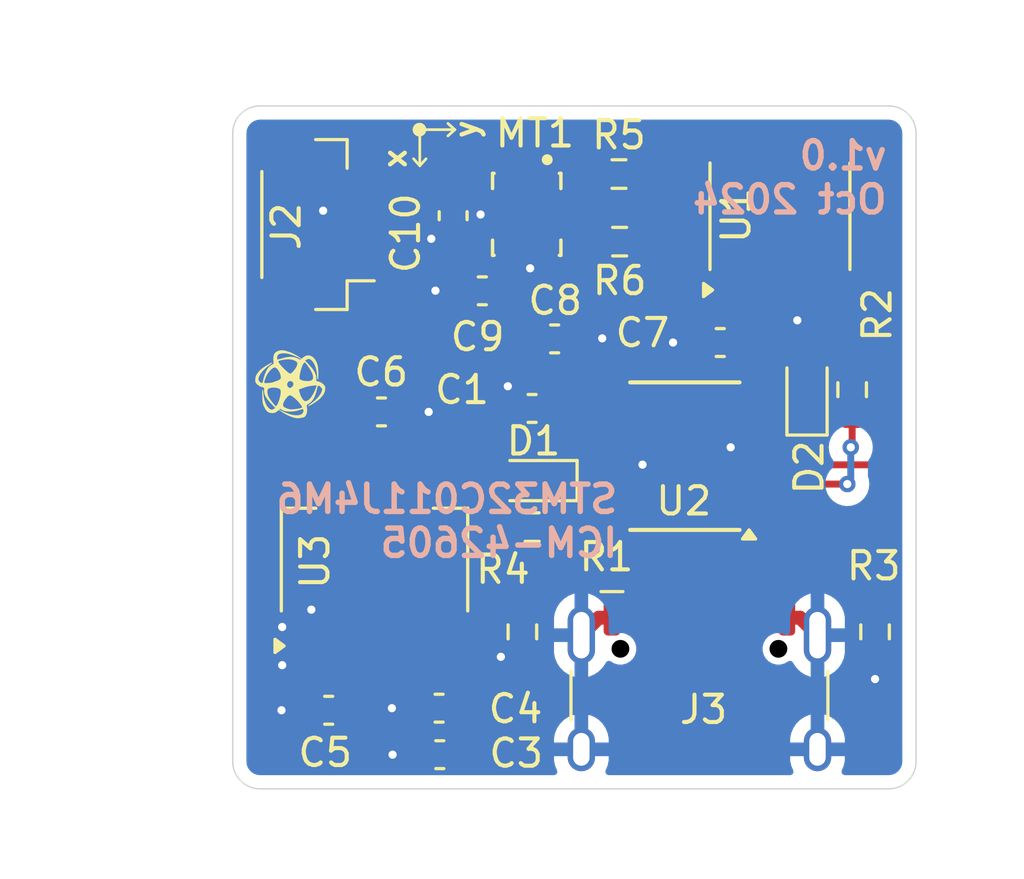
<source format=kicad_pcb>
(kicad_pcb (version 20240108) (generator "pcbnew") (generator_version "8.0")
  (layers (0 "F.Cu" signal) (31 "B.Cu" signal) (34 "B.Paste" user) (35 "F.Paste" user) (36 "B.SilkS" user "B.Silkscreen") (37 "F.SilkS" user "F.Silkscreen") (38 "B.Mask" user) (39 "F.Mask" user) (44 "Edge.Cuts" user))
  (net 0 "")
  (net 1 "GND")
  (net 2 "/MODE")
  (net 3 "+5V")
  (net 4 "+3.3V")
  (net 5 "/SWDIO")
  (net 6 "/SWCLK")
  (net 7 "/FTDI_D+")
  (net 8 "/FTDI_D-")
  (net 9 "/I2C_SCL")
  (net 10 "/I2C_SDA")
  (net 14 "/FTDI_RX")
  (net 16 "/FTDI_TX")
  (net 24 "Net-(J3-CC1)")
  (net 25 "Net-(J3-CC2)")
  (net 26 "Net-(D1-K)")
  (net 27 "Net-(D1-A)")
  (net 28 "Net-(D2-A)")
  (net 29 "Net-(D2-K)")
  (footprint "Resistor_SMD:R_0603_1608Metric_Pad0.98x0.95mm_HandSolder" (layer "F.Cu") (at 117.5512 85.0138 90)
    (property "Reference" "R4" (at 2.286 -0.7112 180) (layer "F.SilkS"))
    (property "Value" "5.1k")
    (pad "1" smd roundrect (at -0.9125 0 90) (size 0.975 0.95) (layers "F.Cu" "F.Paste" "F.Mask") (net 1 "GND"))
    (pad "2" smd roundrect (at 0.9125 0 90) (size 0.975 0.95) (layers "F.Cu" "F.Paste" "F.Mask") (net 24 "Net-(J3-CC1)"))
  )
  (footprint "LOGO" (layer "F.Cu") (at 109.0344 75.9292)
    (property "Reference" "G***" (hide yes))
    (property "Value" "LOGO" (hide yes))
  )
  (footprint "Capacitor_SMD:C_0603_1608Metric_Pad1.08x0.95mm_HandSolder" (layer "F.Cu") (at 124.7902 74.422 180)
    (property "Reference" "C7" (at 2.8448 0.3556 0) (layer "F.SilkS"))
    (property "Value" "0.1uF")
    (pad "1" smd roundrect (at -0.8625 0 180) (size 1.075 0.95) (layers "F.Cu" "F.Paste" "F.Mask") (net 4 "+3.3V"))
    (pad "2" smd roundrect (at 0.8625 0 180) (size 1.075 0.95) (layers "F.Cu" "F.Paste" "F.Mask") (net 1 "GND"))
  )
  (footprint "Package_SO:SSOP-16_3.9x4.9mm_P0.635mm" (layer "F.Cu") (at 123.4948 78.5821 180)
    (property "Reference" "U2" (at 0.0394 -1.6428 0) (layer "F.SilkS"))
    (property "Value" "FT230XS")
    (pad "1" smd rect (at -2.6 -2.2225 180) (size 1.2 0.4) (layers "F.Cu" "F.Paste" "F.Mask") (net 16 "/FTDI_TX"))
    (pad "2" smd rect (at -2.6 -1.5875 180) (size 1.2 0.4) (layers "F.Cu" "F.Paste" "F.Mask"))
    (pad "3" smd rect (at -2.6 -0.9525 180) (size 1.2 0.4) (layers "F.Cu" "F.Paste" "F.Mask") (net 2 "/MODE"))
    (pad "4" smd rect (at -2.6 -0.3175 180) (size 1.2 0.4) (layers "F.Cu" "F.Paste" "F.Mask") (net 14 "/FTDI_RX"))
    (pad "5" smd rect (at -2.6 0.3175 180) (size 1.2 0.4) (layers "F.Cu" "F.Paste" "F.Mask") (net 1 "GND"))
    (pad "6" smd rect (at -2.6 0.9525 180) (size 1.2 0.4) (layers "F.Cu" "F.Paste" "F.Mask"))
    (pad "7" smd rect (at -2.6 1.5875 180) (size 1.2 0.4) (layers "F.Cu" "F.Paste" "F.Mask") (net 29 "Net-(D2-K)"))
    (pad "8" smd rect (at -2.6 2.2225 180) (size 1.2 0.4) (layers "F.Cu" "F.Paste" "F.Mask") (net 7 "/FTDI_D+"))
    (pad "9" smd rect (at 2.6 2.2225 180) (size 1.2 0.4) (layers "F.Cu" "F.Paste" "F.Mask") (net 8 "/FTDI_D-"))
    (pad "10" smd rect (at 2.6 1.5875 180) (size 1.2 0.4) (layers "F.Cu" "F.Paste" "F.Mask") (net 2 "/MODE"))
    (pad "11" smd rect (at 2.6 0.9525 180) (size 1.2 0.4) (layers "F.Cu" "F.Paste" "F.Mask") (net 2 "/MODE"))
    (pad "12" smd rect (at 2.6 0.3175 180) (size 1.2 0.4) (layers "F.Cu" "F.Paste" "F.Mask") (net 3 "+5V"))
    (pad "13" smd rect (at 2.6 -0.3175 180) (size 1.2 0.4) (layers "F.Cu" "F.Paste" "F.Mask") (net 1 "GND"))
    (pad "14" smd rect (at 2.6 -0.9525 180) (size 1.2 0.4) (layers "F.Cu" "F.Paste" "F.Mask") (net 26 "Net-(D1-K)"))
    (pad "15" smd rect (at 2.6 -1.5875 180) (size 1.2 0.4) (layers "F.Cu" "F.Paste" "F.Mask"))
    (pad "16" smd rect (at 2.6 -2.2225 180) (size 1.2 0.4) (layers "F.Cu" "F.Paste" "F.Mask"))
  )
  (footprint "Capacitor_SMD:C_0603_1608Metric_Pad1.08x0.95mm_HandSolder" (layer "F.Cu") (at 118.7316 74.2891)
    (property "Reference" "C9" (at -2.8194 -0.0762 0) (layer "F.SilkS"))
    (property "Value" "2.2uF")
    (pad "1" smd roundrect (at -0.8625 0) (size 1.075 0.95) (layers "F.Cu" "F.Paste" "F.Mask") (net 4 "+3.3V"))
    (pad "2" smd roundrect (at 0.8625 0) (size 1.075 0.95) (layers "F.Cu" "F.Paste" "F.Mask") (net 1 "GND"))
  )
  (footprint "Capacitor_SMD:C_0603_1608Metric_Pad1.08x0.95mm_HandSolder" (layer "F.Cu") (at 110.4646 87.884 180)
    (property "Reference" "C5" (at 0.127 -1.5494 0) (layer "F.SilkS"))
    (property "Value" "0.1uF")
    (pad "1" smd roundrect (at -0.8625 0 180) (size 1.075 0.95) (layers "F.Cu" "F.Paste" "F.Mask") (net 4 "+3.3V"))
    (pad "2" smd roundrect (at 0.8625 0 180) (size 1.075 0.95) (layers "F.Cu" "F.Paste" "F.Mask") (net 1 "GND"))
  )
  (footprint "Resistor_SMD:R_0603_1608Metric_Pad0.98x0.95mm_HandSolder" (layer "F.Cu") (at 130.4544 85.0138 -90)
    (property "Reference" "R3" (at -2.413 0.0508 180) (layer "F.SilkS"))
    (property "Value" "5.1k")
    (pad "1" smd roundrect (at -0.9125 0 270) (size 0.975 0.95) (layers "F.Cu" "F.Paste" "F.Mask") (net 25 "Net-(J3-CC2)"))
    (pad "2" smd roundrect (at 0.9125 0 270) (size 0.975 0.95) (layers "F.Cu" "F.Paste" "F.Mask") (net 1 "GND"))
  )
  (footprint "LED_SMD:LED_0603_1608Metric_Pad1.05x0.95mm_HandSolder" (layer "F.Cu") (at 127.9652 76.1492 90)
    (property "Reference" "D2" (at -2.8448 0.0762 90) (layer "F.SilkS"))
    (property "Value" "RXLED")
    (pad "1" smd roundrect (at -0.875 0 90) (size 1.05 0.95) (layers "F.Cu" "F.Paste" "F.Mask") (net 29 "Net-(D2-K)"))
    (pad "2" smd roundrect (at 0.875 0 90) (size 1.05 0.95) (layers "F.Cu" "F.Paste" "F.Mask") (net 28 "Net-(D2-A)"))
  )
  (footprint "Resistor_SMD:R_0603_1608Metric_Pad0.98x0.95mm_HandSolder" (layer "F.Cu") (at 121.0844 68.2542)
    (property "Reference" "R5" (at 0 -1.43 0) (layer "F.SilkS"))
    (property "Value" "4.7k")
    (pad "1" smd roundrect (at -0.9125 0) (size 0.975 0.95) (layers "F.Cu" "F.Paste" "F.Mask") (net 4 "+3.3V"))
    (pad "2" smd roundrect (at 0.9125 0) (size 0.975 0.95) (layers "F.Cu" "F.Paste" "F.Mask") (net 10 "/I2C_SDA"))
  )
  (footprint "Capacitor_SMD:C_0603_1608Metric_Pad1.08x0.95mm_HandSolder" (layer "F.Cu") (at 117.9068 76.835 180)
    (property "Reference" "C1" (at 2.5654 0.6858 0) (layer "F.SilkS"))
    (property "Value" "0.1uF")
    (pad "1" smd roundrect (at -0.8625 0 180) (size 1.075 0.95) (layers "F.Cu" "F.Paste" "F.Mask") (net 2 "/MODE"))
    (pad "2" smd roundrect (at 0.8625 0 180) (size 1.075 0.95) (layers "F.Cu" "F.Paste" "F.Mask") (net 1 "GND"))
  )
  (footprint "Package_TO_SOT_SMD:SOT-223-3_TabPin2" (layer "F.Cu") (at 112.141 82.3976 90)
    (property "Reference" "U3" (at -0.0348 -2.1788 90) (layer "F.SilkS"))
    (property "Value" "LD1117S33TR_SOT223")
    (pad "1" smd roundrect (at -3.15 -2.3 90) (size 2 1.5) (layers "F.Cu" "F.Paste" "F.Mask") (net 1 "GND"))
    (pad "2" smd roundrect (at -3.15 0 90) (size 2 1.5) (layers "F.Cu" "F.Paste" "F.Mask") (net 4 "+3.3V"))
    (pad "2" smd roundrect (at 3.15 0 90) (size 2 3.8) (layers "F.Cu" "F.Paste" "F.Mask") (net 4 "+3.3V"))
    (pad "3" smd roundrect (at -3.15 2.3 90) (size 2 1.5) (layers "F.Cu" "F.Paste" "F.Mask") (net 3 "+5V"))
  )
  (footprint "ICM_42605:ICM_42605" (layer "F.Cu") (at 117.7094 69.7292 -90)
    (property "Reference" "MT1" (at -2.975 -0.3 180) (layer "F.SilkS"))
    (property "Value" "ICM-42605")
    (pad "1" smd rect (at -1.1625 -0.75 270) (size 0.475 0.25) (layers "F.Cu"))
    (pad "2" smd rect (at -1.1625 -0.25 270) (size 0.475 0.25) (layers "F.Cu"))
    (pad "3" smd rect (at -1.1625 0.25 270) (size 0.475 0.25) (layers "F.Cu"))
    (pad "4" smd rect (at -1.1625 0.75 270) (size 0.475 0.25) (layers "F.Cu"))
    (pad "5" smd rect (at -0.5 0.9125 270) (size 0.25 0.475) (layers "F.Cu") (net 4 "+3.3V"))
    (pad "6" smd rect (at 0 0.9125 270) (size 0.25 0.475) (layers "F.Cu") (net 1 "GND"))
    (pad "7" smd rect (at 0.5 0.9125 270) (size 0.25 0.475) (layers "F.Cu"))
    (pad "8" smd rect (at 1.1625 0.75 270) (size 0.475 0.25) (layers "F.Cu") (net 4 "+3.3V"))
    (pad "9" smd rect (at 1.1625 0.25 270) (size 0.475 0.25) (layers "F.Cu") (net 1 "GND"))
    (pad "10" smd rect (at 1.1625 -0.25 270) (size 0.475 0.25) (layers "F.Cu"))
    (pad "11" smd rect (at 1.1625 -0.75 270) (size 0.475 0.25) (layers "F.Cu"))
    (pad "12" smd rect (at 0.5 -0.9125 270) (size 0.25 0.475) (layers "F.Cu") (net 4 "+3.3V"))
    (pad "13" smd rect (at 0 -0.9125 270) (size 0.25 0.475) (layers "F.Cu") (net 9 "/I2C_SCL"))
    (pad "14" smd rect (at -0.5 -0.9125 270) (size 0.25 0.475) (layers "F.Cu") (net 10 "/I2C_SDA"))
  )
  (footprint "Capacitor_SMD:C_0603_1608Metric_Pad1.08x0.95mm_HandSolder" (layer "F.Cu") (at 114.5297 89.5096 180)
    (property "Reference" "C3" (at -2.7951 0.0508 0) (layer "F.SilkS"))
    (property "Value" "0.1uF")
    (pad "1" smd roundrect (at -0.8625 0 180) (size 1.075 0.95) (layers "F.Cu" "F.Paste" "F.Mask") (net 3 "+5V"))
    (pad "2" smd roundrect (at 0.8625 0 180) (size 1.075 0.95) (layers "F.Cu" "F.Paste" "F.Mask") (net 1 "GND"))
  )
  (footprint "Connector_USB:USB_C_Receptacle_HCTL_HC-TYPE-C-16P-01A" (layer "F.Cu") (at 124.0282 88.2396)
    (property "Reference" "J3" (at 0.1524 -0.381 0) (layer "F.SilkS"))
    (property "Value" "USB_C_Receptacle_USB2.0_14P")
    (pad "" np_thru_hole circle (at -2.89 -2.605) (size 0.65 0.65) (drill 0.65) (layers "*.Mask"))
    (pad "" np_thru_hole circle (at 2.89 -2.605) (size 0.65 0.65) (drill 0.65) (layers "*.Mask"))
    (pad "A1" smd roundrect (at -3.2 -3.745) (size 0.6 1.3) (layers "F.Cu" "F.Paste" "F.Mask") (net 1 "GND"))
    (pad "A4" smd roundrect (at -2.4 -3.745) (size 0.6 1.3) (layers "F.Cu" "F.Paste" "F.Mask") (net 3 "+5V"))
    (pad "A5" smd roundrect (at -1.25 -3.745) (size 0.3 1.3) (layers "F.Cu" "F.Paste" "F.Mask") (net 24 "Net-(J3-CC1)"))
    (pad "A6" smd roundrect (at -0.25 -3.745) (size 0.3 1.3) (layers "F.Cu" "F.Paste" "F.Mask") (net 7 "/FTDI_D+"))
    (pad "A7" smd roundrect (at 0.25 -3.745) (size 0.3 1.3) (layers "F.Cu" "F.Paste" "F.Mask") (net 8 "/FTDI_D-"))
    (pad "A8" smd roundrect (at 1.25 -3.745) (size 0.3 1.3) (layers "F.Cu" "F.Paste" "F.Mask"))
    (pad "A9" smd roundrect (at 2.4 -3.745) (size 0.6 1.3) (layers "F.Cu" "F.Paste" "F.Mask") (net 3 "+5V"))
    (pad "A12" smd roundrect (at 3.2 -3.745) (size 0.6 1.3) (layers "F.Cu" "F.Paste" "F.Mask") (net 1 "GND"))
    (pad "B1" smd roundrect (at 3.2 -3.745) (size 0.6 1.3) (layers "F.Cu" "F.Paste" "F.Mask") (net 1 "GND"))
    (pad "B4" smd roundrect (at 2.4 -3.745) (size 0.6 1.3) (layers "F.Cu" "F.Paste" "F.Mask") (net 3 "+5V"))
    (pad "B5" smd roundrect (at 1.75 -3.745) (size 0.3 1.3) (layers "F.Cu" "F.Paste" "F.Mask") (net 25 "Net-(J3-CC2)"))
    (pad "B6" smd roundrect (at 0.75 -3.745) (size 0.3 1.3) (layers "F.Cu" "F.Paste" "F.Mask") (net 7 "/FTDI_D+"))
    (pad "B7" smd roundrect (at -0.75 -3.745) (size 0.3 1.3) (layers "F.Cu" "F.Paste" "F.Mask") (net 8 "/FTDI_D-"))
    (pad "B8" smd roundrect (at -1.75 -3.745) (size 0.3 1.3) (layers "F.Cu" "F.Paste" "F.Mask"))
    (pad "B9" smd roundrect (at -2.4 -3.745) (size 0.6 1.3) (layers "F.Cu" "F.Paste" "F.Mask") (net 3 "+5V"))
    (pad "B12" smd roundrect (at -3.2 -3.745) (size 0.6 1.3) (layers "F.Cu" "F.Paste" "F.Mask") (net 1 "GND"))
    (pad "S1" thru_hole oval (at -4.32 -3.105) (size 1 2.1) (drill oval 0.6 1.7) (layers "*.Cu" "*.Mask") (net 1 "GND"))
    (pad "S1" thru_hole oval (at -4.32 1.075) (size 1 1.6) (drill oval 0.6 1.2) (layers "*.Cu" "*.Mask") (net 1 "GND"))
    (pad "S1" thru_hole oval (at 4.32 -3.105) (size 1 2.1) (drill oval 0.6 1.7) (layers "*.Cu" "*.Mask") (net 1 "GND"))
    (pad "S1" thru_hole oval (at 4.32 1.075) (size 1 1.6) (drill oval 0.6 1.2) (layers "*.Cu" "*.Mask") (net 1 "GND"))
  )
  (footprint "Resistor_SMD:R_0603_1608Metric_Pad0.98x0.95mm_HandSolder" (layer "F.Cu") (at 117.9068 81.1784)
    (property "Reference" "R1" (at 2.7178 1.0922 0) (layer "F.SilkS"))
    (property "Value" "270")
    (pad "1" smd roundrect (at -0.9125 0) (size 0.975 0.95) (layers "F.Cu" "F.Paste" "F.Mask") (net 27 "Net-(D1-A)"))
    (pad "2" smd roundrect (at 0.9125 0) (size 0.975 0.95) (layers "F.Cu" "F.Paste" "F.Mask") (net 2 "/MODE"))
  )
  (footprint "Capacitor_SMD:C_0603_1608Metric_Pad1.08x0.95mm_HandSolder" (layer "F.Cu") (at 112.395 76.962)
    (property "Reference" "C6" (at -0.0106 -1.4578 0) (layer "F.SilkS"))
    (property "Value" "10uF")
    (pad "1" smd roundrect (at -0.8625 0) (size 1.075 0.95) (layers "F.Cu" "F.Paste" "F.Mask") (net 4 "+3.3V"))
    (pad "2" smd roundrect (at 0.8625 0) (size 1.075 0.95) (layers "F.Cu" "F.Paste" "F.Mask") (net 1 "GND"))
  )
  (footprint "LED_SMD:LED_0603_1608Metric_Pad1.05x0.95mm_HandSolder" (layer "F.Cu") (at 117.8928 79.4766 180)
    (property "Reference" "D1" (at -0.0648 1.4478 0) (layer "F.SilkS"))
    (property "Value" "TXLED")
    (pad "1" smd roundrect (at -0.875 0 180) (size 1.05 0.95) (layers "F.Cu" "F.Paste" "F.Mask") (net 26 "Net-(D1-K)"))
    (pad "2" smd roundrect (at 0.875 0 180) (size 1.05 0.95) (layers "F.Cu" "F.Paste" "F.Mask") (net 27 "Net-(D1-A)"))
  )
  (footprint "Capacitor_SMD:C_0603_1608Metric_Pad1.08x0.95mm_HandSolder" (layer "F.Cu") (at 115.017 69.78 -90)
    (property "Reference" "C10" (at 0.6409 1.7392 90) (layer "F.SilkS"))
    (property "Value" "10nF")
    (pad "1" smd roundrect (at -0.8625 0 270) (size 1.075 0.95) (layers "F.Cu" "F.Paste" "F.Mask") (net 4 "+3.3V"))
    (pad "2" smd roundrect (at 0.8625 0 270) (size 1.075 0.95) (layers "F.Cu" "F.Paste" "F.Mask") (net 1 "GND"))
  )
  (footprint "Capacitor_SMD:C_0603_1608Metric_Pad1.08x0.95mm_HandSolder" (layer "F.Cu") (at 116.0844 72.5292 180)
    (property "Reference" "C8" (at -2.667 -0.3556 0) (layer "F.SilkS"))
    (property "Value" "0.1uF")
    (pad "1" smd roundrect (at -0.8625 0 180) (size 1.075 0.95) (layers "F.Cu" "F.Paste" "F.Mask") (net 4 "+3.3V"))
    (pad "2" smd roundrect (at 0.8625 0 180) (size 1.075 0.95) (layers "F.Cu" "F.Paste" "F.Mask") (net 1 "GND"))
  )
  (footprint "Connector_JST:JST_SH_BM04B-SRSS-TB_1x04-1MP_P1.00mm_Vertical" (layer "F.Cu") (at 110.0286 70.1026 90)
    (property "Reference" "J2" (at -0.0682 -1.118 90) (layer "F.SilkS"))
    (property "Value" "SWD_Conn")
    (pad "1" smd roundrect (at -1.5 1.325 90) (size 0.6 1.55) (layers "F.Cu" "F.Paste" "F.Mask") (net 4 "+3.3V"))
    (pad "2" smd roundrect (at -0.5 1.325 90) (size 0.6 1.55) (layers "F.Cu" "F.Paste" "F.Mask") (net 6 "/SWCLK"))
    (pad "3" smd roundrect (at 0.5 1.325 90) (size 0.6 1.55) (layers "F.Cu" "F.Paste" "F.Mask") (net 1 "GND"))
    (pad "4" smd roundrect (at 1.5 1.325 90) (size 0.6 1.55) (layers "F.Cu" "F.Paste" "F.Mask") (net 5 "/SWDIO"))
    (pad "MP" smd roundrect (at -2.8 -1.2 90) (size 1.2 1.8) (layers "F.Cu" "F.Paste" "F.Mask") (roundrect_rratio 0.208333))
    (pad "MP" smd roundrect (at 2.8 -1.2 90) (size 1.2 1.8) (layers "F.Cu" "F.Paste" "F.Mask") (roundrect_rratio 0.208333))
  )
  (footprint "Resistor_SMD:R_0603_1608Metric_Pad0.98x0.95mm_HandSolder" (layer "F.Cu") (at 129.6162 76.1492 -90)
    (property "Reference" "R2" (at -2.7432 -0.9144 90) (layer "F.SilkS"))
    (property "Value" "270")
    (pad "1" smd roundrect (at -0.9125 0 270) (size 0.975 0.95) (layers "F.Cu" "F.Paste" "F.Mask") (net 28 "Net-(D2-A)"))
    (pad "2" smd roundrect (at 0.9125 0 270) (size 0.975 0.95) (layers "F.Cu" "F.Paste" "F.Mask") (net 2 "/MODE"))
  )
  (footprint "Capacitor_SMD:C_0603_1608Metric_Pad1.08x0.95mm_HandSolder" (layer "F.Cu") (at 114.5032 87.8078 180)
    (property "Reference" "C4" (at -2.7962 -0.0254 0) (layer "F.SilkS"))
    (property "Value" "10uF")
    (pad "1" smd roundrect (at -0.8625 0 180) (size 1.075 0.95) (layers "F.Cu" "F.Paste" "F.Mask") (net 3 "+5V"))
    (pad "2" smd roundrect (at 0.8625 0 180) (size 1.075 0.95) (layers "F.Cu" "F.Paste" "F.Mask") (net 1 "GND"))
  )
  (footprint "Package_SO:SOIC-8_3.9x4.9mm_P1.27mm" (layer "F.Cu") (at 126.9746 69.7992 90)
    (property "Reference" "U1" (at 0.0302 -1.6036 90) (layer "F.SilkS"))
    (property "Value" "STM32C011J4Mx")
    (pad "1" smd roundrect (at -2.475 -1.905 90) (size 1.95 0.6) (layers "F.Cu" "F.Paste" "F.Mask") (net 9 "/I2C_SCL"))
    (pad "2" smd roundrect (at -2.475 -0.635 90) (size 1.95 0.6) (layers "F.Cu" "F.Paste" "F.Mask") (net 4 "+3.3V"))
    (pad "3" smd roundrect (at -2.475 0.635 90) (size 1.95 0.6) (layers "F.Cu" "F.Paste" "F.Mask") (net 1 "GND"))
    (pad "4" smd roundrect (at -2.475 1.905 90) (size 1.95 0.6) (layers "F.Cu" "F.Paste" "F.Mask") (net 14 "/FTDI_RX"))
    (pad "5" smd roundrect (at 2.475 1.905 90) (size 1.95 0.6) (layers "F.Cu" "F.Paste" "F.Mask") (net 16 "/FTDI_TX"))
    (pad "6" smd roundrect (at 2.475 0.635 90) (size 1.95 0.6) (layers "F.Cu" "F.Paste" "F.Mask") (net 10 "/I2C_SDA"))
    (pad "7" smd roundrect (at 2.475 -0.635 90) (size 1.95 0.6) (layers "F.Cu" "F.Paste" "F.Mask") (net 5 "/SWDIO"))
    (pad "8" smd roundrect (at 2.475 -1.905 90) (size 1.95 0.6) (layers "F.Cu" "F.Paste" "F.Mask") (net 6 "/SWCLK"))
  )
  (footprint "Resistor_SMD:R_0603_1608Metric_Pad0.98x0.95mm_HandSolder" (layer "F.Cu") (at 121.1094 70.7292 180)
    (property "Reference" "R6" (at 0 -1.43 360) (layer "F.SilkS"))
    (property "Value" "4.7k")
    (pad "1" smd roundrect (at -0.9125 0 180) (size 0.975 0.95) (layers "F.Cu" "F.Paste" "F.Mask") (net 9 "/I2C_SCL"))
    (pad "2" smd roundrect (at 0.9125 0 180) (size 0.975 0.95) (layers "F.Cu" "F.Paste" "F.Mask") (net 4 "+3.3V"))
  )
  (gr_line (start 113.7844 66.6292) (end 115.0798 66.6292) (stroke (width 0.1)) (layer "F.SilkS"))
  (gr_line (start 113.7971 66.6546) (end 113.7971 67.95) (stroke (width 0.1)) (layer "F.SilkS"))
  (gr_line (start 113.7971 67.95) (end 113.5685 67.696) (stroke (width 0.1)) (layer "F.SilkS"))
  (gr_line (start 115.0798 66.6292) (end 114.8258 66.8578) (stroke (width 0.1)) (layer "F.SilkS"))
  (gr_circle (center 113.7844 66.6292) (end 113.7844 66.4292) (stroke (width 0.1)) (fill solid) (layer "F.SilkS"))
  (gr_line (start 113.7971 67.95) (end 114.0257 67.696) (stroke (width 0.1)) (layer "F.SilkS"))
  (gr_line (start 115.0798 66.6292) (end 114.8258 66.4006) (stroke (width 0.1)) (layer "F.SilkS"))
  (gr_arc (start 130.953 65.7606) (mid 131.660107 66.053493) (end 131.953 66.7606) (stroke (width 0.05)) (layer "Edge.Cuts"))
  (gr_line (start 107.953 65.7606) (end 130.953 65.7606) (stroke (width 0.05)) (layer "Edge.Cuts"))
  (gr_line (start 130.953 90.7606) (end 107.953 90.7606) (stroke (width 0.05)) (layer "Edge.Cuts"))
  (gr_line (start 131.953 66.7606) (end 131.953 89.7606) (stroke (width 0.05)) (layer "Edge.Cuts"))
  (gr_arc (start 107.953 90.7606) (mid 107.245893 90.467707) (end 106.953 89.7606) (stroke (width 0.05)) (layer "Edge.Cuts"))
  (gr_line (start 106.953 89.7606) (end 106.953 66.7606) (stroke (width 0.05)) (layer "Edge.Cuts"))
  (gr_arc (start 106.953 66.7606) (mid 107.245893 66.053493) (end 107.953 65.7606) (stroke (width 0.05)) (layer "Edge.Cuts"))
  (gr_arc (start 131.953 89.7606) (mid 131.660107 90.467707) (end 130.953 90.7606) (stroke (width 0.05)) (layer "Edge.Cuts"))
  (gr_text "STM32C011J4M6\nICM-42605" (at 121.1326 82.3468 0) (layer "B.SilkS") (effects (font (size 1 1) (thickness 0.2) (bold yes)) (justify left bottom mirror)))
  (gr_text "v1.0\nOct 2024" (at 130.9878 69.7738 0) (layer "B.SilkS") (effects (font (size 1 1) (thickness 0.2) (bold yes)) (justify left bottom mirror)))
  (gr_text "y" (at 115.9688 67.0229 90) (layer "F.SilkS") (effects (font (size 0.8 0.8) (thickness 0.16) (bold yes)) (justify left bottom)))
  (gr_text "x" (at 113.3526 68.1151 90) (layer "F.SilkS") (effects (font (size 0.8 0.8) (thickness 0.16) (bold yes)) (justify left bottom)))
  (segment (start 109.8296 85.5362) (end 109.841 85.5476) (width 0.508) (layer "F.Cu") (net 1))
  (segment (start 109.841 85.5476) (end 109.841 86.0692) (width 0.508) (layer "F.Cu") (net 1))
  (segment (start 117.4594 71.3292) (end 117.8344 71.7042) (width 0.2) (layer "F.Cu") (net 1))
  (segment (start 117.4594 70.8917) (end 117.4594 71.3292) (width 0.2) (layer "F.Cu") (net 1))
  (segment (start 126.0948 78.2646) (end 125.1784 78.2646) (width 0.381) (layer "F.Cu") (net 1))
  (segment (start 114.236 70.6425) (end 114.2176 70.6241) (width 0.508) (layer "F.Cu") (net 1))
  (segment (start 109.8296 84.201) (end 109.8296 85.5362) (width 0.508) (layer "F.Cu") (net 1))
  (segment (start 127.2282 84.4946) (end 127.7082 84.4946) (width 0.508) (layer "F.Cu") (net 1))
  (segment (start 119.5941 74.2891) (end 120.4527 74.2891) (width 0.508) (layer "F.Cu") (net 1))
  (segment (start 123.9277 74.422) (end 123.063 74.422) (width 0.508) (layer "F.Cu") (net 1))
  (segment (start 115.2219 72.5292) (end 114.3751 72.5292) (width 0.508) (layer "F.Cu") (net 1))
  (segment (start 127.6096 72.2742) (end 127.6096 73.6092) (width 0.508) (layer "F.Cu") (net 1))
  (segment (start 110.2614 69.596) (end 111.347 69.596) (width 0.508) (layer "F.Cu") (net 1))
  (segment (start 120.8282 84.4946) (end 120.3482 84.4946) (width 0.508) (layer "F.Cu") (net 1))
  (segment (start 109.841 86.0692) (end 109.6772 86.233) (width 0.508) (layer "F.Cu") (net 1))
  (segment (start 112.776 87.8078) (end 113.6407 87.8078) (width 0.508) (layer "F.Cu") (net 1))
  (segment (start 116.0269 69.7292) (end 116.021 69.7351) (width 0.254) (layer "F.Cu") (net 1))
  (segment (start 109.1294 84.836) (end 109.841 85.5476) (width 0.508) (layer "F.Cu") (net 1))
  (segment (start 120.8948 78.8996) (end 121.9382 78.8996) (width 0.254) (layer "F.Cu") (net 1))
  (segment (start 115.017 70.6425) (end 114.236 70.6425) (width 0.508) (layer "F.Cu") (net 1))
  (segment (start 114.1222 76.962) (end 113.2575 76.962) (width 0.508) (layer "F.Cu") (net 1))
  (segment (start 108.7628 84.836) (end 109.1294 84.836) (width 0.508) (layer "F.Cu") (net 1))
  (segment (start 125.1784 78.2646) (end 125.1712 78.2574) (width 0.381) (layer "F.Cu") (net 1))
  (segment (start 130.4544 85.9263) (end 130.4544 86.741) (width 0.508) (layer "F.Cu") (net 1))
  (segment (start 120.4527 74.2891) (end 120.4722 74.2696) (width 0.508) (layer "F.Cu") (net 1))
  (segment (start 114.3751 72.5292) (end 114.3692 72.5233) (width 0.508) (layer "F.Cu") (net 1))
  (segment (start 108.7374 87.884) (end 109.6021 87.884) (width 0.508) (layer "F.Cu") (net 1))
  (segment (start 109.6772 86.233) (end 108.7628 86.233) (width 0.508) (layer "F.Cu") (net 1))
  (segment (start 120.3482 84.4946) (end 119.7082 85.1346) (width 0.508) (layer "F.Cu") (net 1))
  (segment (start 116.7969 69.7292) (end 116.0269 69.7292) (width 0.254) (layer "F.Cu") (net 1))
  (segment (start 127.7082 84.4946) (end 128.3482 85.1346) (width 0.508) (layer "F.Cu") (net 1))
  (segment (start 121.9382 78.8996) (end 121.9454 78.8924) (width 0.254) (layer "F.Cu") (net 1))
  (segment (start 111.347 69.596) (end 111.3536 69.6026) (width 0.508) (layer "F.Cu") (net 1))
  (segment (start 112.8014 89.5096) (end 113.6672 89.5096) (width 0.508) (layer "F.Cu") (net 1))
  (segment (start 117.5512 85.9263) (end 116.7657 85.9263) (width 0.508) (layer "F.Cu") (net 1))
  (segment (start 116.7657 85.9263) (end 116.7638 85.9282) (width 0.508) (layer "F.Cu") (net 1))
  (segment (start 117.0178 76.0222) (end 117.0178 76.8085) (width 0.508) (layer "F.Cu") (net 1))
  (segment (start 117.0178 76.8085) (end 117.0443 76.835) (width 0.508) (layer "F.Cu") (net 1))
  (via (at 108.7628 84.836) (size 0.6) (drill 0.3) (layers "F.Cu" "B.Cu") (net 1))
  (via (at 114.3692 72.5233) (size 0.6) (drill 0.3) (layers "F.Cu" "B.Cu") (net 1))
  (via (at 130.4544 86.741) (size 0.6) (drill 0.3) (layers "F.Cu" "B.Cu") (net 1))
  (via (at 109.8296 84.201) (size 0.6) (drill 0.3) (layers "F.Cu" "B.Cu") (net 1))
  (via (at 110.2614 69.596) (size 0.6) (drill 0.3) (layers "F.Cu" "B.Cu") (net 1))
  (via (at 108.7374 87.884) (size 0.6) (drill 0.3) (layers "F.Cu" "B.Cu") (net 1))
  (via (at 123.063 74.422) (size 0.6) (drill 0.3) (layers "F.Cu" "B.Cu") (net 1))
  (via (at 125.1712 78.2574) (size 0.6) (drill 0.3) (layers "F.Cu" "B.Cu") (net 1))
  (via (at 112.776 87.8078) (size 0.6) (drill 0.3) (layers "F.Cu" "B.Cu") (net 1))
  (via (at 112.8014 89.5096) (size 0.6) (drill 0.3) (layers "F.Cu" "B.Cu") (net 1))
  (via (at 114.1222 76.962) (size 0.6) (drill 0.3) (layers "F.Cu" "B.Cu") (net 1))
  (via (at 117.8344 71.7042) (size 0.6) (drill 0.3) (layers "F.Cu" "B.Cu") (net 1))
  (via (at 117.0178 76.0222) (size 0.6) (drill 0.3) (layers "F.Cu" "B.Cu") (net 1))
  (via (at 108.7628 86.233) (size 0.6) (drill 0.3) (layers "F.Cu" "B.Cu") (net 1))
  (via (at 116.021 69.7351) (size 0.6) (drill 0.3) (layers "F.Cu" "B.Cu") (net 1))
  (via (at 121.9454 78.8924) (size 0.6) (drill 0.3) (layers "F.Cu" "B.Cu") (net 1))
  (via (at 127.6096 73.6092) (size 0.6) (drill 0.3) (layers "F.Cu" "B.Cu") (net 1))
  (via (at 120.4722 74.2696) (size 0.6) (drill 0.3) (layers "F.Cu" "B.Cu") (net 1))
  (via (at 114.2176 70.6241) (size 0.6) (drill 0.3) (layers "F.Cu" "B.Cu") (net 1))
  (via (at 116.7638 85.9282) (size 0.6) (drill 0.3) (layers "F.Cu" "B.Cu") (net 1))
  (segment (start 122.682 81.2038) (end 122.3264 81.5594) (width 0.254) (layer "F.Cu") (net 2))
  (segment (start 118.7693 76.835) (end 118.7693 75.6677) (width 0.254) (layer "F.Cu") (net 2))
  (segment (start 120.8948 76.9946) (end 120.8948 77.6296) (width 0.254) (layer "F.Cu") (net 2))
  (segment (start 118.9482 75.4888) (end 126.5682 75.4888) (width 0.254) (layer "F.Cu") (net 2))
  (segment (start 126.5682 75.4888) (end 127.2286 76.1492) (width 0.254) (layer "F.Cu") (net 2))
  (segment (start 129.4384 79.6036) (end 127.1524 79.6036) (width 0.254) (layer "F.Cu") (net 2))
  (segment (start 127.0834 79.5346) (end 126.0948 79.5346) (width 0.254) (layer "F.Cu") (net 2))
  (segment (start 122.682 77.9526) (end 122.682 81.2038) (width 0.254) (layer "F.Cu") (net 2))
  (segment (start 119.9896 81.5594) (end 119.6086 81.1784) (width 0.254) (layer "F.Cu") (net 2))
  (segment (start 120.8948 76.9946) (end 118.9289 76.9946) (width 0.254) (layer "F.Cu") (net 2))
  (segment (start 129.6162 76.8604) (end 129.6162 77.0617) (width 0.254) (layer "F.Cu") (net 2))
  (segment (start 122.3264 81.5594) (end 119.9896 81.5594) (width 0.254) (layer "F.Cu") (net 2))
  (segment (start 118.7693 75.6677) (end 118.9482 75.4888) (width 0.254) (layer "F.Cu") (net 2))
  (segment (start 119.6086 81.1784) (end 118.8193 81.1784) (width 0.254) (layer "F.Cu") (net 2))
  (segment (start 129.6162 78.2066) (end 129.5654 78.2574) (width 0.254) (layer "F.Cu") (net 2))
  (segment (start 129.6162 77.0617) (end 129.6162 78.2066) (width 0.254) (layer "F.Cu") (net 2))
  (segment (start 128.905 76.1492) (end 129.6162 76.8604) (width 0.254) (layer "F.Cu") (net 2))
  (segment (start 120.8948 77.6296) (end 122.359 77.6296) (width 0.254) (layer "F.Cu") (net 2))
  (segment (start 122.359 77.6296) (end 122.682 77.9526) (width 0.254) (layer "F.Cu") (net 2))
  (segment (start 127.2286 76.1492) (end 128.905 76.1492) (width 0.254) (layer "F.Cu") (net 2))
  (segment (start 118.9289 76.9946) (end 118.7693 76.835) (width 0.254) (layer "F.Cu") (net 2))
  (segment (start 127.1524 79.6036) (end 127.0834 79.5346) (width 0.254) (layer "F.Cu") (net 2))
  (via (at 129.5654 78.2574) (size 0.6) (drill 0.3) (layers "F.Cu" "B.Cu") (net 2))
  (via (at 129.4384 79.6036) (size 0.6) (drill 0.3) (layers "F.Cu" "B.Cu") (net 2))
  (segment (start 129.5654 78.2574) (end 129.5654 79.4766) (width 0.254) (layer "B.Cu") (net 2))
  (segment (start 129.5654 79.4766) (end 129.4384 79.6036) (width 0.254) (layer "B.Cu") (net 2))
  (segment (start 115.3922 87.8343) (end 115.3657 87.8078) (width 0.508) (layer "F.Cu") (net 3))
  (segment (start 115.2398 78.4098) (end 115.2398 81.28) (width 0.508) (layer "F.Cu") (net 3))
  (segment (start 126.4282 85.103) (end 125.8824 85.6488) (width 0.254) (layer "F.Cu") (net 3))
  (segment (start 125.8824 87.4268) (end 125.8824 86.2838) (width 0.508) (layer "F.Cu") (net 3))
  (segment (start 125.8824 85.9282) (end 125.8824 86.106) (width 0.3048) (layer "F.Cu") (net 3))
  (segment (start 115.3657 87.8078) (end 121.3358 87.8078) (width 0.508) (layer "F.Cu") (net 3))
  (segment (start 121.6282 85.103) (end 122.2248 85.6996) (width 0.254) (layer "F.Cu") (net 3))
  (segment (start 115.3922 89.5096) (end 115.3922 87.8343) (width 0.508) (layer "F.Cu") (net 3))
  (segment (start 122.2248 87.122) (end 121.539 87.8078) (width 0.508) (layer "F.Cu") (net 3))
  (segment (start 121.3358 87.8078) (end 125.5014 87.8078) (width 0.508) (layer "F.Cu") (net 3))
  (segment (start 126.4282 84.4946) (end 126.4282 85.103) (width 0.254) (layer "F.Cu") (net 3))
  (segment (start 125.8824 86.106) (end 125.8824 86.2838) (width 0.381) (layer "F.Cu") (net 3))
  (segment (start 115.57 78.0796) (end 115.2398 78.4098) (width 0.508) (layer "F.Cu") (net 3))
  (segment (start 114.441 82.0788) (end 114.441 85.5476) (width 0.508) (layer "F.Cu") (net 3))
  (segment (start 121.539 87.8078) (end 121.3358 87.8078) (width 0.508) (layer "F.Cu") (net 3))
  (segment (start 119.946 78.2646) (end 119.761 78.0796) (width 0.381) (layer "F.Cu") (net 3))
  (segment (start 122.2248 86.1314) (end 122.2248 86.3092) (width 0.381) (layer "F.Cu") (net 3))
  (segment (start 125.5014 87.8078) (end 125.8824 87.4268) (width 0.508) (layer "F.Cu") (net 3))
  (segment (start 115.3668 86.4734) (end 114.441 85.5476) (width 0.508) (layer "F.Cu") (net 3))
  (segment (start 122.2248 85.9536) (end 122.2248 86.1314) (width 0.3048) (layer "F.Cu") (net 3))
  (segment (start 122.2248 86.3092) (end 122.2248 87.122) (width 0.508) (layer "F.Cu") (net 3))
  (segment (start 119.5324 78.0796) (end 115.57 78.0796) (width 0.508) (layer "F.Cu") (net 3))
  (segment (start 115.3657 87.8078) (end 115.3668 87.8067) (width 0.508) (layer "F.Cu") (net 3))
  (segment (start 120.8948 78.2646) (end 119.946 78.2646) (width 0.381) (layer "F.Cu") (net 3))
  (segment (start 119.761 78.0796) (end 119.5324 78.0796) (width 0.381) (layer "F.Cu") (net 3))
  (segment (start 125.8824 85.6488) (end 125.8824 85.9282) (width 0.254) (layer "F.Cu") (net 3))
  (segment (start 115.3668 87.8067) (end 115.3668 86.4734) (width 0.508) (layer "F.Cu") (net 3))
  (segment (start 122.2248 85.6996) (end 122.2248 85.9536) (width 0.254) (layer "F.Cu") (net 3))
  (segment (start 121.6282 84.4946) (end 121.6282 85.103) (width 0.254) (layer "F.Cu") (net 3))
  (segment (start 115.2398 81.28) (end 114.441 82.0788) (width 0.508) (layer "F.Cu") (net 3))
  (segment (start 112.9792 73.8124) (end 112.4458 74.3458) (width 0.508) (layer "F.Cu") (net 4))
  (segment (start 124.7394 73.787) (end 125.3744 74.422) (width 0.254) (layer "F.Cu") (net 4))
  (segment (start 119.4844 72.4916) (end 116.9845 72.4916) (width 0.508) (layer "F.Cu") (net 4))
  (segment (start 125.3744 74.422) (end 125.6527 74.422) (width 0.254) (layer "F.Cu") (net 4))
  (segment (start 112.9792 72.0598) (end 112.9792 69.2344) (width 0.508) (layer "F.Cu") (net 4))
  (segment (start 111.5325 78.6391) (end 112.141 79.2476) (width 0.508) (layer "F.Cu") (net 4))
  (segment (start 120.1969 71.8917) (end 120.1969 70.7292) (width 0.508) (layer "F.Cu") (net 4))
  (segment (start 116.9466 72.5289) (end 116.9469 72.5292) (width 0.254) (layer "F.Cu") (net 4))
  (segment (start 111.3536 71.6026) (end 112.522 71.6026) (width 0.508) (layer "F.Cu") (net 4))
  (segment (start 112.9792 69.2344) (end 113.2344 68.9792) (width 0.508) (layer "F.Cu") (net 4))
  (segment (start 116.2496 68.9223) (end 115.0218 68.9223) (width 0.254) (layer "F.Cu") (net 4))
  (segment (start 112.141 85.5476) (end 112.141 79.2476) (width 0.508) (layer "F.Cu") (net 4))
  (segment (start 115.2594 67.6792) (end 119.5969 67.6792) (width 0.2) (layer "F.Cu") (net 4))
  (segment (start 115.0218 68.9223) (end 115.017 68.9175) (width 0.254) (layer "F.Cu") (net 4))
  (segment (start 124.3076 73.3552) (end 124.7394 73.787) (width 0.254) (layer "F.Cu") (net 4))
  (segment (start 122.8852 72.4916) (end 121.1326 72.4916) (width 0.508) (layer "F.Cu") (net 4))
  (segment (start 115.9844 74.3458) (end 116.1928 74.3458) (width 0.508) (layer "F.Cu") (net 4))
  (segment (start 111.5325 76.962) (end 111.5325 75.2591) (width 0.508) (layer "F.Cu") (net 4))
  (segment (start 115.2594 67.6792) (end 115.017 67.9216) (width 0.2) (layer "F.Cu") (net 4))
  (segment (start 112.4458 74.3458) (end 113.6396 74.3458) (width 0.508) (layer "F.Cu") (net 4))
  (segment (start 116.9845 72.4916) (end 116.9469 72.5292) (width 0.508) (layer "F.Cu") (net 4))
  (segment (start 123.444 72.4916) (end 123.2662 72.4916) (width 0.254) (layer "F.Cu") (net 4))
  (segment (start 114.9553 68.9792) (end 115.017 68.9175) (width 0.508) (layer "F.Cu") (net 4))
  (segment (start 123.0884 72.4916) (end 122.8852 72.4916) (width 0.381) (layer "F.Cu") (net 4))
  (segment (start 119.597 72.4916) (end 120.1969 71.8917) (width 0.508) (layer "F.Cu") (net 4))
  (segment (start 111.5325 76.962) (end 111.5325 78.6391) (width 0.508) (layer "F.Cu") (net 4))
  (segment (start 116.7969 69.2292) (end 116.5565 69.2292) (width 0.254) (layer "F.Cu") (net 4))
  (segment (start 116.5565 69.2292) (end 116.2496 68.9223) (width 0.254) (layer "F.Cu") (net 4))
  (segment (start 119.6969 70.2292) (end 120.1969 70.7292) (width 0.2) (layer "F.Cu") (net 4))
  (segment (start 112.141 85.5476) (end 112.141 87.0701) (width 0.508) (layer "F.Cu") (net 4))
  (segment (start 126.3396 73.7351) (end 125.6527 74.422) (width 0.508) (layer "F.Cu") (net 4))
  (segment (start 123.2662 72.4916) (end 123.0884 72.4916) (width 0.3048) (layer "F.Cu") (net 4))
  (segment (start 117.0344 72.6167) (end 116.9469 72.5292) (width 0.508) (layer "F.Cu") (net 4))
  (segment (start 119.4844 72.4916) (end 119.597 72.4916) (width 0.508) (layer "F.Cu") (net 4))
  (segment (start 115.9844 74.3458) (end 117.8124 74.3458) (width 0.508) (layer "F.Cu") (net 4))
  (segment (start 116.9594 72.5167) (end 116.9469 72.5292) (width 0.2) (layer "F.Cu") (net 4))
  (segment (start 119.5969 67.6792) (end 120.1719 68.2542) (width 0.2) (layer "F.Cu") (net 4))
  (segment (start 116.9594 70.8917) (end 116.9594 72.5167) (width 0.2) (layer "F.Cu") (net 4))
  (segment (start 115.017 67.9216) (end 115.017 68.9175) (width 0.2) (layer "F.Cu") (net 4))
  (segment (start 111.5325 75.2591) (end 112.4458 74.3458) (width 0.508) (layer "F.Cu") (net 4))
  (segment (start 113.6396 74.3458) (end 115.9844 74.3458) (width 0.508) (layer "F.Cu") (net 4))
  (segment (start 112.9792 72.0598) (end 112.9792 73.8124) (width 0.508) (layer "F.Cu") (net 4))
  (segment (start 124.3076 73.3552) (end 123.444 72.4916) (width 0.254) (layer "F.Cu") (net 4))
  (segment (start 112.522 71.6026) (end 112.9792 72.0598) (width 0.508) (layer "F.Cu") (net 4))
  (segment (start 116.1928 74.3458) (end 117.0344 73.5042) (width 0.508) (layer "F.Cu") (net 4))
  (segment (start 121.1326 72.4916) (end 119.4844 72.4916) (width 0.508) (layer "F.Cu") (net 4))
  (segment (start 112.141 87.0701) (end 111.3271 87.884) (width 0.508) (layer "F.Cu") (net 4))
  (segment (start 120.1719 68.2542) (end 120.1719 67.8667) (width 0.2) (layer "F.Cu") (net 4))
  (segment (start 117.8124 74.3458) (end 117.8691 74.2891) (width 0.508) (layer "F.Cu") (net 4))
  (segment (start 118.6219 70.2292) (end 119.6969 70.2292) (width 0.2) (layer "F.Cu") (net 4))
  (segment (start 126.3396 72.2742) (end 126.3396 73.7351) (width 0.508) (layer "F.Cu") (net 4))
  (segment (start 117.0344 73.5042) (end 117.0344 72.6167) (width 0.508) (layer "F.Cu") (net 4))
  (segment (start 113.2344 68.9792) (end 114.9553 68.9792) (width 0.508) (layer "F.Cu") (net 4))
  (segment (start 113.7158 67.183) (end 122.7582 67.183) (width 0.254) (layer "F.Cu") (net 5))
  (segment (start 126.3396 68.2244) (end 126.3396 67.3242) (width 0.254) (layer "F.Cu") (net 5))
  (segment (start 125.857 68.707) (end 126.3396 68.2244) (width 0.254) (layer "F.Cu") (net 5))
  (segment (start 112.2962 68.6026) (end 113.7158 67.183) (width 0.254) (layer "F.Cu") (net 5))
  (segment (start 124.2822 68.707) (end 125.857 68.707) (width 0.254) (layer "F.Cu") (net 5))
  (segment (start 122.7582 67.183) (end 124.2822 68.707) (width 0.254) (layer "F.Cu") (net 5))
  (segment (start 111.3536 68.6026) (end 112.2962 68.6026) (width 0.254) (layer "F.Cu") (net 5))
  (segment (start 109.5408 70.6026) (end 109.1438 70.2056) (width 0.254) (layer "F.Cu") (net 6))
  (segment (start 109.1438 70.2056) (end 109.1438 69.0372) (width 0.254) (layer "F.Cu") (net 6))
  (segment (start 111.3536 70.6026) (end 109.5408 70.6026) (width 0.254) (layer "F.Cu") (net 6))
  (segment (start 109.1438 69.0372) (end 111.633 66.548) (width 0.254) (layer "F.Cu") (net 6))
  (segment (start 123.571 66.548) (end 124.3472 67.3242) (width 0.254) (layer "F.Cu") (net 6))
  (segment (start 111.633 66.548) (end 123.571 66.548) (width 0.254) (layer "F.Cu") (net 6))
  (segment (start 124.3472 67.3242) (end 125.0696 67.3242) (width 0.254) (layer "F.Cu") (net 6))
  (segment (start 123.7782 84.4946) (end 123.7802 84.4926) (width 0.254) (layer "F.Cu") (net 7))
  (segment (start 124.7782 83.5032) (end 124.587 83.312) (width 0.254) (layer "F.Cu") (net 7))
  (segment (start 123.7802 76.9306) (end 124.3512 76.3596) (width 0.254) (layer "F.Cu") (net 7))
  (segment (start 124.7782 84.4946) (end 124.7782 83.5032) (width 0.254) (layer "F.Cu") (net 7))
  (segment (start 124.587 83.312) (end 124.0088 83.312) (width 0.254) (layer "F.Cu") (net 7))
  (segment (start 124.3512 76.3596) (end 126.0948 76.3596) (width 0.254) (layer "F.Cu") (net 7))
  (segment (start 124.0088 83.312) (end 123.7802 83.5406) (width 0.254) (layer "F.Cu") (net 7))
  (segment (start 123.7802 83.5406) (end 123.7802 76.9306) (width 0.254) (layer "F.Cu") (net 7))
  (segment (start 123.7802 84.4926) (end 123.7802 83.5406) (width 0.254) (layer "F.Cu") (net 7))
  (segment (start 123.2782 84.4946) (end 123.2762 84.4926) (width 0.254) (layer "F.Cu") (net 8))
  (segment (start 124.2782 85.6274) (end 124.2782 84.4946) (width 0.254) (layer "F.Cu") (net 8))
  (segment (start 123.2762 76.8704) (end 122.7654 76.3596) (width 0.254) (layer "F.Cu") (net 8))
  (segment (start 122.7654 76.3596) (end 120.8948 76.3596) (width 0.254) (layer "F.Cu") (net 8))
  (segment (start 123.2782 84.4946) (end 123.2782 85.6354) (width 0.254) (layer "F.Cu") (net 8))
  (segment (start 123.2782 85.6354) (end 123.4186 85.7758) (width 0.254) (layer "F.Cu") (net 8))
  (segment (start 123.4186 85.7758) (end 124.1298 85.7758) (width 0.254) (layer "F.Cu") (net 8))
  (segment (start 123.2762 84.4926) (end 123.2762 76.8704) (width 0.254) (layer "F.Cu") (net 8))
  (segment (start 124.1298 85.7758) (end 124.2782 85.6274) (width 0.254) (layer "F.Cu") (net 8))
  (segment (start 125.0696 70.358) (end 125.0696 72.2742) (width 0.254) (layer "F.Cu") (net 9))
  (segment (start 124.4795 69.7679) (end 125.0696 70.358) (width 0.254) (layer "F.Cu") (net 9))
  (segment (start 118.6219 69.7292) (end 122.5594 69.7292) (width 0.2) (layer "F.Cu") (net 9))
  (segment (start 122.0219 70.0917) (end 122.0219 70.7292) (width 0.2) (layer "F.Cu") (net 9))
  (segment (start 122.5594 69.7292) (end 122.3844 69.7292) (width 0.2) (layer "F.Cu") (net 9))
  (segment (start 122.3844 69.7292) (end 122.0219 70.0917) (width 0.2) (layer "F.Cu") (net 9))
  (segment (start 124.4408 69.7292) (end 124.4795 69.7679) (width 0.2) (layer "F.Cu") (net 9))
  (segment (start 122.5594 69.7292) (end 124.4408 69.7292) (width 0.2) (layer "F.Cu") (net 9))
  (segment (start 118.6219 69.2292) (end 121.5344 69.2292) (width 0.2) (layer "F.Cu") (net 10))
  (segment (start 127.2894 69.2292) (end 127.3281 69.2679) (width 0.2) (layer "F.Cu") (net 10))
  (segment (start 127.3281 69.2679) (end 127.6096 68.9864) (width 0.254) (layer "F.Cu") (net 10))
  (segment (start 121.5344 69.2292) (end 127.2894 69.2292) (width 0.2) (layer "F.Cu") (net 10))
  (segment (start 127.6096 68.9864) (end 127.6096 67.3242) (width 0.254) (layer "F.Cu") (net 10))
  (segment (start 121.5344 69.2292) (end 121.9969 68.7667) (width 0.2) (layer "F.Cu") (net 10))
  (segment (start 121.9969 68.7667) (end 121.9969 68.2542) (width 0.2) (layer "F.Cu") (net 10))
  (segment (start 130.371 78.8996) (end 130.7592 78.5114) (width 0.254) (layer "F.Cu") (net 14))
  (segment (start 130.3274 74.0156) (end 129.1082 74.0156) (width 0.254) (layer "F.Cu") (net 14))
  (segment (start 130.7592 78.5114) (end 130.7592 74.4474) (width 0.254) (layer "F.Cu") (net 14))
  (segment (start 128.905 73.8124) (end 128.905 72.2996) (width 0.254) (layer "F.Cu") (net 14))
  (segment (start 130.7592 74.4474) (end 130.3274 74.0156) (width 0.254) (layer "F.Cu") (net 14))
  (segment (start 128.905 72.2996) (end 128.8796 72.2742) (width 0.254) (layer "F.Cu") (net 14))
  (segment (start 126.0948 78.8996) (end 130.371 78.8996) (width 0.254) (layer "F.Cu") (net 14))
  (segment (start 129.1082 74.0156) (end 128.905 73.8124) (width 0.254) (layer "F.Cu") (net 14))
  (segment (start 131.2672 70.1294) (end 130.2512 69.1134) (width 0.254) (layer "F.Cu") (net 16))
  (segment (start 131.2672 80.1116) (end 131.2672 70.1294) (width 0.254) (layer "F.Cu") (net 16))
  (segment (start 129.1336 69.1134) (end 128.8796 68.8594) (width 0.254) (layer "F.Cu") (net 16))
  (segment (start 130.2512 69.1134) (end 129.1336 69.1134) (width 0.254) (layer "F.Cu") (net 16))
  (segment (start 126.0948 80.8046) (end 130.5742 80.8046) (width 0.254) (layer "F.Cu") (net 16))
  (segment (start 128.8796 68.8594) (end 128.8796 67.3242) (width 0.254) (layer "F.Cu") (net 16))
  (segment (start 130.5742 80.8046) (end 131.2672 80.1116) (width 0.254) (layer "F.Cu") (net 16))
  (segment (start 117.5512 82.677) (end 117.5512 84.1013) (width 0.254) (layer "F.Cu") (net 24))
  (segment (start 122.7782 82.5192) (end 122.4534 82.1944) (width 0.254) (layer "F.Cu") (net 24))
  (segment (start 118.0338 82.1944) (end 117.5512 82.677) (width 0.254) (layer "F.Cu") (net 24))
  (segment (start 122.7782 84.4946) (end 122.7782 82.5192) (width 0.254) (layer "F.Cu") (net 24))
  (segment (start 122.4534 82.1944) (end 118.0338 82.1944) (width 0.254) (layer "F.Cu") (net 24))
  (segment (start 125.7782 82.3748) (end 126.111 82.042) (width 0.254) (layer "F.Cu") (net 25))
  (segment (start 126.111 82.042) (end 129.9718 82.042) (width 0.254) (layer "F.Cu") (net 25))
  (segment (start 125.7782 84.4946) (end 125.7782 82.3748) (width 0.254) (layer "F.Cu") (net 25))
  (segment (start 130.4544 82.5246) (end 130.4544 84.1013) (width 0.254) (layer "F.Cu") (net 25))
  (segment (start 129.9718 82.042) (end 130.4544 82.5246) (width 0.254) (layer "F.Cu") (net 25))
  (segment (start 120.8948 79.5346) (end 118.8258 79.5346) (width 0.254) (layer "F.Cu") (net 26))
  (segment (start 118.8258 79.5346) (end 118.7678 79.4766) (width 0.254) (layer "F.Cu") (net 26))
  (segment (start 117.0178 79.4766) (end 117.0178 81.1549) (width 0.254) (layer "F.Cu") (net 27))
  (segment (start 117.0178 81.1549) (end 116.9943 81.1784) (width 0.254) (layer "F.Cu") (net 27))
  (segment (start 127.9652 75.2742) (end 129.5787 75.2742) (width 0.254) (layer "F.Cu") (net 28))
  (segment (start 129.5787 75.2742) (end 129.6162 75.2367) (width 0.254) (layer "F.Cu") (net 28))
  (segment (start 127.9356 76.9946) (end 127.9652 77.0242) (width 0.254) (layer "F.Cu") (net 29))
  (segment (start 126.0948 76.9946) (end 127.9356 76.9946) (width 0.254) (layer "F.Cu") (net 29))
  (zone (net 1) (net_name "GND") (layer "B.Cu") (connect_pads (clearance 0.5)) (min_thickness 0.25) (fill yes (thermal_gap 0.5) (thermal_bridge_width 0.5))
    (polygon (pts (xy 106.9594 65.7606) (xy 131.953 65.7606) (xy 131.953 90.7542) (xy 106.9594 90.7542)))
  )
)
</source>
